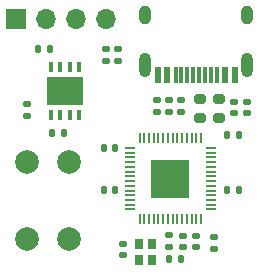
<source format=gbr>
%TF.GenerationSoftware,KiCad,Pcbnew,7.99.0-957-g18dd623122*%
%TF.CreationDate,2023-07-10T16:21:33-04:00*%
%TF.ProjectId,rp2040_base,72703230-3430-45f6-9261-73652e6b6963,rev?*%
%TF.SameCoordinates,Original*%
%TF.FileFunction,Copper,L1,Top*%
%TF.FilePolarity,Positive*%
%FSLAX46Y46*%
G04 Gerber Fmt 4.6, Leading zero omitted, Abs format (unit mm)*
G04 Created by KiCad (PCBNEW 7.99.0-957-g18dd623122) date 2023-07-10 16:21:33*
%MOMM*%
%LPD*%
G01*
G04 APERTURE LIST*
G04 Aperture macros list*
%AMRoundRect*
0 Rectangle with rounded corners*
0 $1 Rounding radius*
0 $2 $3 $4 $5 $6 $7 $8 $9 X,Y pos of 4 corners*
0 Add a 4 corners polygon primitive as box body*
4,1,4,$2,$3,$4,$5,$6,$7,$8,$9,$2,$3,0*
0 Add four circle primitives for the rounded corners*
1,1,$1+$1,$2,$3*
1,1,$1+$1,$4,$5*
1,1,$1+$1,$6,$7*
1,1,$1+$1,$8,$9*
0 Add four rect primitives between the rounded corners*
20,1,$1+$1,$2,$3,$4,$5,0*
20,1,$1+$1,$4,$5,$6,$7,0*
20,1,$1+$1,$6,$7,$8,$9,0*
20,1,$1+$1,$8,$9,$2,$3,0*%
G04 Aperture macros list end*
%TA.AperFunction,SMDPad,CuDef*%
%ADD10RoundRect,0.140000X0.170000X-0.140000X0.170000X0.140000X-0.170000X0.140000X-0.170000X-0.140000X0*%
%TD*%
%TA.AperFunction,ComponentPad*%
%ADD11R,1.700000X1.700000*%
%TD*%
%TA.AperFunction,ComponentPad*%
%ADD12O,1.700000X1.700000*%
%TD*%
%TA.AperFunction,SMDPad,CuDef*%
%ADD13RoundRect,0.200000X0.275000X-0.200000X0.275000X0.200000X-0.275000X0.200000X-0.275000X-0.200000X0*%
%TD*%
%TA.AperFunction,SMDPad,CuDef*%
%ADD14RoundRect,0.140000X-0.170000X0.140000X-0.170000X-0.140000X0.170000X-0.140000X0.170000X0.140000X0*%
%TD*%
%TA.AperFunction,SMDPad,CuDef*%
%ADD15R,0.600000X1.450000*%
%TD*%
%TA.AperFunction,SMDPad,CuDef*%
%ADD16R,0.300000X1.450000*%
%TD*%
%TA.AperFunction,ComponentPad*%
%ADD17O,1.000000X2.100000*%
%TD*%
%TA.AperFunction,ComponentPad*%
%ADD18O,1.000000X1.600000*%
%TD*%
%TA.AperFunction,SMDPad,CuDef*%
%ADD19RoundRect,0.135000X0.185000X-0.135000X0.185000X0.135000X-0.185000X0.135000X-0.185000X-0.135000X0*%
%TD*%
%TA.AperFunction,SMDPad,CuDef*%
%ADD20RoundRect,0.135000X-0.185000X0.135000X-0.185000X-0.135000X0.185000X-0.135000X0.185000X0.135000X0*%
%TD*%
%TA.AperFunction,SMDPad,CuDef*%
%ADD21RoundRect,0.140000X-0.140000X-0.170000X0.140000X-0.170000X0.140000X0.170000X-0.140000X0.170000X0*%
%TD*%
%TA.AperFunction,SMDPad,CuDef*%
%ADD22RoundRect,0.140000X0.140000X0.170000X-0.140000X0.170000X-0.140000X-0.170000X0.140000X-0.170000X0*%
%TD*%
%TA.AperFunction,ComponentPad*%
%ADD23C,2.000000*%
%TD*%
%TA.AperFunction,SMDPad,CuDef*%
%ADD24R,0.304800X0.863600*%
%TD*%
%TA.AperFunction,SMDPad,CuDef*%
%ADD25R,3.098800X2.387600*%
%TD*%
%TA.AperFunction,SMDPad,CuDef*%
%ADD26RoundRect,0.050000X-0.387500X-0.050000X0.387500X-0.050000X0.387500X0.050000X-0.387500X0.050000X0*%
%TD*%
%TA.AperFunction,SMDPad,CuDef*%
%ADD27RoundRect,0.050000X-0.050000X-0.387500X0.050000X-0.387500X0.050000X0.387500X-0.050000X0.387500X0*%
%TD*%
%TA.AperFunction,ComponentPad*%
%ADD28C,0.500000*%
%TD*%
%TA.AperFunction,SMDPad,CuDef*%
%ADD29R,3.200000X3.200000*%
%TD*%
%TA.AperFunction,SMDPad,CuDef*%
%ADD30RoundRect,0.135000X-0.135000X-0.185000X0.135000X-0.185000X0.135000X0.185000X-0.135000X0.185000X0*%
%TD*%
%TA.AperFunction,SMDPad,CuDef*%
%ADD31R,0.800000X0.900000*%
%TD*%
%TA.AperFunction,SMDPad,CuDef*%
%ADD32RoundRect,0.200000X-0.275000X0.200000X-0.275000X-0.200000X0.275000X-0.200000X0.275000X0.200000X0*%
%TD*%
G04 APERTURE END LIST*
D10*
%TO.P,C9,1*%
%TO.N,+3V3*%
X148082000Y-89013000D03*
%TO.P,C9,2*%
%TO.N,GND*%
X148082000Y-88053000D03*
%TD*%
D11*
%TO.P,J2,1,Pin_1*%
%TO.N,/SWCLK*%
X128524001Y-81026000D03*
D12*
%TO.P,J2,2,Pin_2*%
%TO.N,/SWDIO*%
X131064001Y-81026000D03*
%TO.P,J2,3,Pin_3*%
%TO.N,+3V3*%
X133604000Y-81026000D03*
%TO.P,J2,4,Pin_4*%
%TO.N,GND*%
X136144001Y-81026000D03*
%TD*%
D13*
%TO.P,R5,1*%
%TO.N,/USB_N*%
X145669000Y-89470999D03*
%TO.P,R5,2*%
%TO.N,Net-(U1-USB_DM)*%
X145669000Y-87820999D03*
%TD*%
D14*
%TO.P,C13,1*%
%TO.N,/XIN*%
X137526846Y-100114733D03*
%TO.P,C13,2*%
%TO.N,GND*%
X137526846Y-101074733D03*
%TD*%
D10*
%TO.P,C4,1*%
%TO.N,+3V3*%
X142494000Y-88900000D03*
%TO.P,C4,2*%
%TO.N,GND*%
X142494000Y-87940000D03*
%TD*%
D15*
%TO.P,J1,A1,GND*%
%TO.N,GND*%
X147014000Y-85833000D03*
%TO.P,J1,A4,VBUS*%
%TO.N,unconnected-(J1-VBUS-PadA4)*%
X146214000Y-85833000D03*
D16*
%TO.P,J1,A5,CC1*%
%TO.N,Net-(J1-CC1)*%
X145014000Y-85833000D03*
%TO.P,J1,A6,D+*%
%TO.N,/USB_P*%
X144014000Y-85833000D03*
%TO.P,J1,A7,D-*%
%TO.N,/USB_N*%
X143514000Y-85833000D03*
%TO.P,J1,A8,SBU1*%
%TO.N,unconnected-(J1-SBU1-PadA8)*%
X142514000Y-85833000D03*
D15*
%TO.P,J1,A9,VBUS*%
%TO.N,unconnected-(J1-VBUS-PadA4)*%
X141314000Y-85833000D03*
%TO.P,J1,A12,GND*%
%TO.N,GND*%
X140514000Y-85833000D03*
%TO.P,J1,B1,GND*%
X140514000Y-85833000D03*
%TO.P,J1,B4,VBUS*%
%TO.N,unconnected-(J1-VBUS-PadA4)*%
X141314000Y-85833000D03*
D16*
%TO.P,J1,B5,CC2*%
%TO.N,Net-(J1-CC2)*%
X142014000Y-85833000D03*
%TO.P,J1,B6,D+*%
%TO.N,/USB_P*%
X143014000Y-85833000D03*
%TO.P,J1,B7,D-*%
%TO.N,/USB_N*%
X144514000Y-85833000D03*
%TO.P,J1,B8,SBU2*%
%TO.N,unconnected-(J1-SBU2-PadB8)*%
X145514000Y-85833000D03*
D15*
%TO.P,J1,B9,VBUS*%
%TO.N,unconnected-(J1-VBUS-PadA4)*%
X146214000Y-85833000D03*
%TO.P,J1,B12,GND*%
%TO.N,GND*%
X147014000Y-85833000D03*
D17*
%TO.P,J1,S1,SHIELD*%
X148084000Y-84918000D03*
D18*
X148084000Y-80738000D03*
D17*
X139444000Y-84918000D03*
D18*
X139444000Y-80738000D03*
%TD*%
D10*
%TO.P,C10,1*%
%TO.N,/+1.1V*%
X140462000Y-88900000D03*
%TO.P,C10,2*%
%TO.N,GND*%
X140462000Y-87940000D03*
%TD*%
%TO.P,C11,1*%
%TO.N,/+1.1V*%
X147004369Y-89013000D03*
%TO.P,C11,2*%
%TO.N,GND*%
X147004369Y-88053000D03*
%TD*%
D19*
%TO.P,R2,1*%
%TO.N,Net-(J1-CC1)*%
X137160000Y-84583999D03*
%TO.P,R2,2*%
%TO.N,GND*%
X137160000Y-83564001D03*
%TD*%
D20*
%TO.P,R6,1*%
%TO.N,/XOUT*%
X141448554Y-99345001D03*
%TO.P,R6,2*%
%TO.N,Net-(C12-Pad1)*%
X141448554Y-100364999D03*
%TD*%
D21*
%TO.P,C12,1*%
%TO.N,Net-(C12-Pad1)*%
X141474500Y-101379000D03*
%TO.P,C12,2*%
%TO.N,GND*%
X142434500Y-101379000D03*
%TD*%
D22*
%TO.P,C7,1*%
%TO.N,+3V3*%
X136929216Y-91973686D03*
%TO.P,C7,2*%
%TO.N,GND*%
X135969216Y-91973686D03*
%TD*%
D14*
%TO.P,C3,1*%
%TO.N,+3V3*%
X142654869Y-99396313D03*
%TO.P,C3,2*%
%TO.N,GND*%
X142654869Y-100356313D03*
%TD*%
D19*
%TO.P,R3,1*%
%TO.N,Net-(J1-CC2)*%
X136144000Y-84583999D03*
%TO.P,R3,2*%
%TO.N,GND*%
X136144000Y-83564001D03*
%TD*%
D23*
%TO.P,SW1,1,1*%
%TO.N,/USB_BOOT*%
X129413000Y-93195000D03*
%TO.P,SW1,2,2*%
%TO.N,GND*%
X129413000Y-99695000D03*
%TD*%
D21*
%TO.P,C14,1*%
%TO.N,GND*%
X130399850Y-83566000D03*
%TO.P,C14,2*%
%TO.N,+3V3*%
X131359850Y-83566000D03*
%TD*%
D24*
%TO.P,U2,1,~{CS}*%
%TO.N,/QSPI_CS*%
X131457700Y-89141300D03*
%TO.P,U2,2,DO(IO1)*%
%TO.N,/QSPI_SD1*%
X132257800Y-89141300D03*
%TO.P,U2,3,IO2*%
%TO.N,/QSPI_SD2*%
X133057900Y-89141300D03*
%TO.P,U2,4,GND*%
%TO.N,GND*%
X133858000Y-89141300D03*
D25*
X132657850Y-87122000D03*
D24*
%TO.P,U2,5,DI(IO0)*%
%TO.N,/QSPI_SD0*%
X133858000Y-85102700D03*
%TO.P,U2,6,CLK*%
%TO.N,/QSPI_SCK*%
X133057900Y-85102700D03*
%TO.P,U2,7,IO3*%
%TO.N,/QSPI_SD3*%
X132257800Y-85102700D03*
%TO.P,U2,8,VCC*%
%TO.N,+3V3*%
X131457700Y-85102700D03*
%TD*%
D20*
%TO.P,R7,1*%
%TO.N,/USB_BOOT*%
X129413000Y-88263001D03*
%TO.P,R7,2*%
%TO.N,/QSPI_CS*%
X129413000Y-89282999D03*
%TD*%
D26*
%TO.P,U1,1,IOVDD*%
%TO.N,+3V3*%
X138127500Y-91975000D03*
%TO.P,U1,2,GPIO0*%
%TO.N,unconnected-(U1-GPIO0-Pad2)*%
X138127500Y-92375001D03*
%TO.P,U1,3,GPIO1*%
%TO.N,unconnected-(U1-GPIO1-Pad3)*%
X138127500Y-92775000D03*
%TO.P,U1,4,GPIO2*%
%TO.N,unconnected-(U1-GPIO2-Pad4)*%
X138127500Y-93175000D03*
%TO.P,U1,5,GPIO3*%
%TO.N,unconnected-(U1-GPIO3-Pad5)*%
X138127500Y-93575000D03*
%TO.P,U1,6,GPIO4*%
%TO.N,unconnected-(U1-GPIO4-Pad6)*%
X138127500Y-93974999D03*
%TO.P,U1,7,GPIO5*%
%TO.N,unconnected-(U1-GPIO5-Pad7)*%
X138127500Y-94375000D03*
%TO.P,U1,8,GPIO6*%
%TO.N,unconnected-(U1-GPIO6-Pad8)*%
X138127500Y-94775000D03*
%TO.P,U1,9,GPIO7*%
%TO.N,unconnected-(U1-GPIO7-Pad9)*%
X138127500Y-95175001D03*
%TO.P,U1,10,IOVDD*%
%TO.N,+3V3*%
X138127500Y-95575000D03*
%TO.P,U1,11,GPIO8*%
%TO.N,unconnected-(U1-GPIO8-Pad11)*%
X138127500Y-95975000D03*
%TO.P,U1,12,GPIO9*%
%TO.N,unconnected-(U1-GPIO9-Pad12)*%
X138127500Y-96375000D03*
%TO.P,U1,13,GPIO10*%
%TO.N,unconnected-(U1-GPIO10-Pad13)*%
X138127500Y-96774999D03*
%TO.P,U1,14,GPIO11*%
%TO.N,unconnected-(U1-GPIO11-Pad14)*%
X138127500Y-97175000D03*
D27*
%TO.P,U1,15,GPIO12*%
%TO.N,unconnected-(U1-GPIO12-Pad15)*%
X138965000Y-98012500D03*
%TO.P,U1,16,GPIO13*%
%TO.N,unconnected-(U1-GPIO13-Pad16)*%
X139365001Y-98012500D03*
%TO.P,U1,17,GPIO14*%
%TO.N,unconnected-(U1-GPIO14-Pad17)*%
X139765000Y-98012500D03*
%TO.P,U1,18,GPIO15*%
%TO.N,unconnected-(U1-GPIO15-Pad18)*%
X140165000Y-98012500D03*
%TO.P,U1,19,TESTEN*%
%TO.N,GND*%
X140565000Y-98012500D03*
%TO.P,U1,20,XIN*%
%TO.N,/XIN*%
X140964999Y-98012500D03*
%TO.P,U1,21,XOUT*%
%TO.N,/XOUT*%
X141365000Y-98012500D03*
%TO.P,U1,22,IOVDD*%
%TO.N,+3V3*%
X141765000Y-98012500D03*
%TO.P,U1,23,DVDD*%
%TO.N,/+1.1V*%
X142165001Y-98012500D03*
%TO.P,U1,24,SWCLK*%
%TO.N,/SWCLK*%
X142565000Y-98012500D03*
%TO.P,U1,25,SWDIO*%
%TO.N,/SWDIO*%
X142965000Y-98012500D03*
%TO.P,U1,26,RUN*%
%TO.N,/RUN*%
X143365000Y-98012500D03*
%TO.P,U1,27,GPIO16*%
%TO.N,unconnected-(U1-GPIO16-Pad27)*%
X143764999Y-98012500D03*
%TO.P,U1,28,GPIO17*%
%TO.N,unconnected-(U1-GPIO17-Pad28)*%
X144165000Y-98012500D03*
D26*
%TO.P,U1,29,GPIO18*%
%TO.N,unconnected-(U1-GPIO18-Pad29)*%
X145002500Y-97175000D03*
%TO.P,U1,30,GPIO19*%
%TO.N,unconnected-(U1-GPIO19-Pad30)*%
X145002500Y-96774999D03*
%TO.P,U1,31,GPIO20*%
%TO.N,unconnected-(U1-GPIO20-Pad31)*%
X145002500Y-96375000D03*
%TO.P,U1,32,GPIO21*%
%TO.N,unconnected-(U1-GPIO21-Pad32)*%
X145002500Y-95975000D03*
%TO.P,U1,33,IOVDD*%
%TO.N,+3V3*%
X145002500Y-95575000D03*
%TO.P,U1,34,GPIO22*%
%TO.N,unconnected-(U1-GPIO22-Pad34)*%
X145002500Y-95175001D03*
%TO.P,U1,35,GPIO23*%
%TO.N,unconnected-(U1-GPIO23-Pad35)*%
X145002500Y-94775000D03*
%TO.P,U1,36,GPIO24*%
%TO.N,unconnected-(U1-GPIO24-Pad36)*%
X145002500Y-94375000D03*
%TO.P,U1,37,GPIO25*%
%TO.N,/GPIO25*%
X145002500Y-93974999D03*
%TO.P,U1,38,GPIO26/ADC0*%
%TO.N,unconnected-(U1-GPIO26{slash}ADC0-Pad38)*%
X145002500Y-93575000D03*
%TO.P,U1,39,GPIO27/ADC1*%
%TO.N,unconnected-(U1-GPIO27{slash}ADC1-Pad39)*%
X145002500Y-93175000D03*
%TO.P,U1,40,GPIO28/ADC2*%
%TO.N,unconnected-(U1-GPIO28{slash}ADC2-Pad40)*%
X145002500Y-92775000D03*
%TO.P,U1,41,GPIO29/ADC3*%
%TO.N,unconnected-(U1-GPIO29{slash}ADC3-Pad41)*%
X145002500Y-92375001D03*
%TO.P,U1,42,IOVDD*%
%TO.N,+3V3*%
X145002500Y-91975000D03*
D27*
%TO.P,U1,43,ADC_AVDD*%
X144165000Y-91137500D03*
%TO.P,U1,44,VREG_VIN*%
X143764999Y-91137500D03*
%TO.P,U1,45,VREG_VOUT*%
%TO.N,/+1.1V*%
X143365000Y-91137500D03*
%TO.P,U1,46,USB_DM*%
%TO.N,Net-(U1-USB_DM)*%
X142965000Y-91137500D03*
%TO.P,U1,47,USB_DP*%
%TO.N,Net-(U1-USB_DP)*%
X142565000Y-91137500D03*
%TO.P,U1,48,USB_VDD*%
%TO.N,+3V3*%
X142165001Y-91137500D03*
%TO.P,U1,49,IOVDD*%
X141765000Y-91137500D03*
%TO.P,U1,50,DVDD*%
%TO.N,/+1.1V*%
X141365000Y-91137500D03*
%TO.P,U1,51,QSPI_SD3*%
%TO.N,/QSPI_SD3*%
X140964999Y-91137500D03*
%TO.P,U1,52,QSPI_SCLK*%
%TO.N,/QSPI_SCK*%
X140565000Y-91137500D03*
%TO.P,U1,53,QSPI_SD0*%
%TO.N,/QSPI_SD0*%
X140165000Y-91137500D03*
%TO.P,U1,54,QSPI_SD2*%
%TO.N,/QSPI_SD2*%
X139765000Y-91137500D03*
%TO.P,U1,55,QSPI_SD1*%
%TO.N,/QSPI_SD1*%
X139365001Y-91137500D03*
%TO.P,U1,56,QSPI_SS_N*%
%TO.N,/QSPI_CS*%
X138965000Y-91137500D03*
D28*
%TO.P,U1,57,GND*%
%TO.N,GND*%
X140215000Y-93225000D03*
X140215000Y-95925000D03*
D29*
X141565000Y-94575000D03*
D28*
X142915000Y-93225000D03*
X142915000Y-95925000D03*
%TD*%
D10*
%TO.P,C2,1*%
%TO.N,+3V3*%
X141478000Y-88900000D03*
%TO.P,C2,2*%
%TO.N,GND*%
X141478000Y-87940000D03*
%TD*%
D21*
%TO.P,C6,1*%
%TO.N,+3V3*%
X146386313Y-95565790D03*
%TO.P,C6,2*%
%TO.N,GND*%
X147346313Y-95565790D03*
%TD*%
D30*
%TO.P,R8,1*%
%TO.N,/QSPI_CS*%
X131570001Y-90678000D03*
%TO.P,R8,2*%
%TO.N,+3V3*%
X132589999Y-90678000D03*
%TD*%
D21*
%TO.P,C5,1*%
%TO.N,+3V3*%
X146386313Y-90896056D03*
%TO.P,C5,2*%
%TO.N,GND*%
X147346313Y-90896056D03*
%TD*%
D22*
%TO.P,C1,1*%
%TO.N,+3V3*%
X136929216Y-95565790D03*
%TO.P,C1,2*%
%TO.N,GND*%
X135969216Y-95565790D03*
%TD*%
D14*
%TO.P,C8,1*%
%TO.N,/+1.1V*%
X143732500Y-99396313D03*
%TO.P,C8,2*%
%TO.N,GND*%
X143732500Y-100356313D03*
%TD*%
D31*
%TO.P,Y1,1,1*%
%TO.N,/XIN*%
X138952503Y-100074337D03*
%TO.P,Y1,2,2*%
%TO.N,GND*%
X138952503Y-101474337D03*
%TO.P,Y1,3,3*%
%TO.N,Net-(C12-Pad1)*%
X140052503Y-101474337D03*
%TO.P,Y1,4,4*%
%TO.N,GND*%
X140052503Y-100074337D03*
%TD*%
D23*
%TO.P,SW2,1,1*%
%TO.N,/RUN*%
X132969000Y-93195000D03*
%TO.P,SW2,2,2*%
%TO.N,GND*%
X132969000Y-99695000D03*
%TD*%
D19*
%TO.P,R1,1*%
%TO.N,+3V3*%
X145249867Y-100565917D03*
%TO.P,R1,2*%
%TO.N,/RUN*%
X145249867Y-99545919D03*
%TD*%
D32*
%TO.P,R4,1*%
%TO.N,Net-(U1-USB_DP)*%
X144049500Y-87821000D03*
%TO.P,R4,2*%
%TO.N,/USB_P*%
X144049500Y-89471000D03*
%TD*%
M02*

</source>
